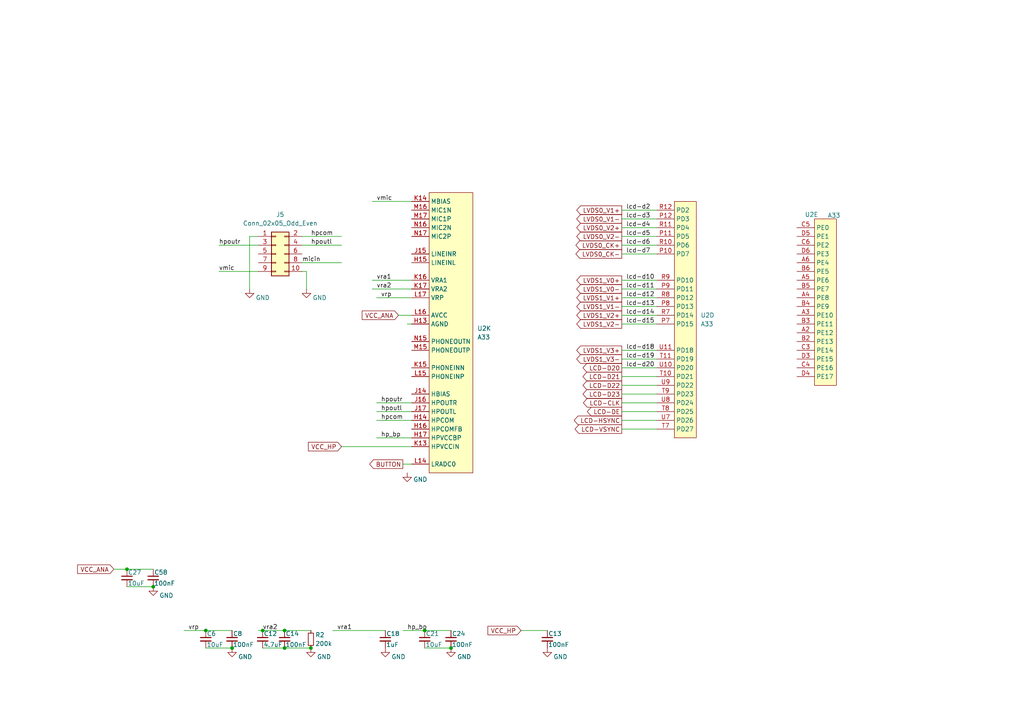
<source format=kicad_sch>
(kicad_sch (version 20250114) (generator "eeschema") (generator_version "9.0")
  (paper "A4")
  (lib_symbols
    (symbol "Connector_Generic:Conn_02x05_Odd_Even" (pin_names (offset 1.016) (hide yes))
      (property "Reference" "J" (at 1.27 7.62 0))
      (property "Value" "Conn_02x05_Odd_Even" (at 1.27 -7.62 0))
      (symbol "Conn_02x05_Odd_Even_1_1"
        (rectangle (start -1.27 6.35) (end 3.81 -6.35) (stroke (width 0.254)) (fill (type background)))
        (rectangle (start -1.27 5.207) (end 0 4.953) (stroke (width 0.1524)))
        (rectangle (start -1.27 2.667) (end 0 2.413) (stroke (width 0.1524)))
        (rectangle (start -1.27 0.127) (end 0 -0.127) (stroke (width 0.1524)))
        (rectangle (start -1.27 -2.413) (end 0 -2.667) (stroke (width 0.1524)))
        (rectangle (start -1.27 -4.953) (end 0 -5.207) (stroke (width 0.1524)))
        (rectangle (start 3.81 5.207) (end 2.54 4.953) (stroke (width 0.1524)))
        (rectangle (start 3.81 2.667) (end 2.54 2.413) (stroke (width 0.1524)))
        (rectangle (start 3.81 0.127) (end 2.54 -0.127) (stroke (width 0.1524)))
        (rectangle (start 3.81 -2.413) (end 2.54 -2.667) (stroke (width 0.1524)))
        (rectangle (start 3.81 -4.953) (end 2.54 -5.207) (stroke (width 0.1524)))
        (pin passive line (at -5.08 5.08 0) (length 3.81) (name "Pin_1") (number "1"))
        (pin passive line (at -5.08 2.54 0) (length 3.81) (name "Pin_3") (number "3"))
        (pin passive line (at -5.08 0 0) (length 3.81) (name "Pin_5") (number "5"))
        (pin passive line (at -5.08 -2.54 0) (length 3.81) (name "Pin_7") (number "7"))
        (pin passive line (at -5.08 -5.08 0) (length 3.81) (name "Pin_9") (number "9"))
        (pin passive line (at 7.62 5.08 180) (length 3.81) (name "Pin_2") (number "2"))
        (pin passive line (at 7.62 2.54 180) (length 3.81) (name "Pin_4") (number "4"))
        (pin passive line (at 7.62 0 180) (length 3.81) (name "Pin_6") (number "6"))
        (pin passive line (at 7.62 -2.54 180) (length 3.81) (name "Pin_8") (number "8"))
        (pin passive line (at 7.62 -5.08 180) (length 3.81) (name "Pin_10") (number "10"))
      )
    )
    (symbol "Device:C_Small" (pin_numbers (hide yes)) (pin_names (offset 0.254) (hide yes))
      (property "Reference" "C" (at 0.254 1.778 0))
      (property "Value" "C_Small" (at 0.254 -2.032 0))
      (symbol "C_Small_0_1"
        (polyline (pts (xy -1.524 0.508) (xy 1.524 0.508)) (stroke (width 0.3048)))
        (polyline (pts (xy -1.524 -0.508) (xy 1.524 -0.508)) (stroke (width 0.3302)))
      )
      (symbol "C_Small_1_1"
        (pin passive line (at 0 2.54 270) (length 2.032) (name "~") (number "1"))
        (pin passive line (at 0 -2.54 90) (length 2.032) (name "~") (number "2"))
      )
    )
    (symbol "Device:R_Small" (pin_numbers (hide yes)) (pin_names (offset 0.254) (hide yes))
      (property "Reference" "R" (at 0.762 0.508 0))
      (property "Value" "R_Small" (at 0.762 -1.016 0))
      (symbol "R_Small_0_1"
        (rectangle (start -0.762 1.778) (end 0.762 -1.778) (stroke (width 0.2032)))
      )
      (symbol "R_Small_1_1"
        (pin passive line (at 0 2.54 270) (length 0.762) (name "~") (number "1"))
        (pin passive line (at 0 -2.54 90) (length 0.762) (name "~") (number "2"))
      )
    )
    (symbol "allwinner:A33"
      (property "Reference" "U" (at 3.81 3.81 0))
      (property "Value" "A33" (at 3.81 1.27 0))
      (symbol "A33_1_0"
        (pin passive line (at -12.7 -2.54 0) (length 5.08) (name "SDQ0") (number "M1"))
        (pin passive line (at -12.7 -5.08 0) (length 5.08) (name "SDQ1") (number "M2"))
        (pin passive line (at -12.7 -7.62 0) (length 5.08) (name "SDQ2") (number "L1"))
        (pin passive line (at -12.7 -10.16 0) (length 5.08) (name "SDQ3") (number "L2"))
        (pin passive line (at -12.7 -12.7 0) (length 5.08) (name "SDQ4") (number "J1"))
        (pin passive line (at -12.7 -15.24 0) (length 5.08) (name "SDQ5") (number "J2"))
        (pin passive line (at -12.7 -17.78 0) (length 5.08) (name "SDQ6") (number "H1"))
        (pin passive line (at -12.7 -20.32 0) (length 5.08) (name "SDQ7") (number "H2"))
        (pin passive line (at -12.7 -22.86 0) (length 5.08) (name "SDQ8") (number "U3"))
        (pin passive line (at -12.7 -25.4 0) (length 5.08) (name "SDQ9") (number "U1"))
        (pin passive line (at -12.7 -27.94 0) (length 5.08) (name "SDQ10") (number "U2"))
        (pin passive line (at -12.7 -30.48 0) (length 5.08) (name "SDQ11") (number "T2"))
        (pin passive line (at -12.7 -33.02 0) (length 5.08) (name "SDQ12") (number "R2"))
        (pin passive line (at -12.7 -35.56 0) (length 5.08) (name "SDQ13") (number "P1"))
        (pin passive line (at -12.7 -38.1 0) (length 5.08) (name "SDQ14") (number "P2"))
        (pin passive line (at -12.7 -40.64 0) (length 5.08) (name "SDQ15") (number "N1"))
        (pin passive line (at 12.7 -2.54 180) (length 5.08) (name "SA0") (number "E4"))
        (pin passive line (at 12.7 -5.08 180) (length 5.08) (name "SA1") (number "D1"))
        (pin passive line (at 12.7 -7.62 180) (length 5.08) (name "SA2") (number "F2"))
        (pin passive line (at 12.7 -10.16 180) (length 5.08) (name "SA3") (number "H3"))
        (pin passive line (at 12.7 -12.7 180) (length 5.08) (name "SA4") (number "D2"))
        (pin passive line (at 12.7 -15.24 180) (length 5.08) (name "SA5") (number "F1"))
        (pin passive line (at 12.7 -17.78 180) (length 5.08) (name "SA6") (number "A1"))
        (pin passive line (at 12.7 -20.32 180) (length 5.08) (name "SA7") (number "G4"))
        (pin passive line (at 12.7 -22.86 180) (length 5.08) (name "SA8") (number "B1"))
        (pin passive line (at 12.7 -25.4 180) (length 5.08) (name "SA9") (number "F4"))
        (pin passive line (at 12.7 -27.94 180) (length 5.08) (name "SA10") (number "E2"))
        (pin passive line (at 12.7 -30.48 180) (length 5.08) (name "SA11") (number "C2"))
        (pin passive line (at 12.7 -33.02 180) (length 5.08) (name "SA12") (number "E1"))
        (pin passive line (at 12.7 -35.56 180) (length 5.08) (name "SA13") (number "F3"))
        (pin passive line (at 12.7 -38.1 180) (length 5.08) (name "SA14") (number "C1"))
        (pin passive line (at 12.7 -40.64 180) (length 5.08) (name "SA15") (number "E3"))
        (pin passive line (at 12.7 -45.72 180) (length 5.08) (name "BA0") (number "J3"))
        (pin passive line (at 12.7 -48.26 180) (length 5.08) (name "BA1") (number "K4"))
        (pin passive line (at 12.7 -50.8 180) (length 5.08) (name "BA2") (number "H4"))
        (pin passive line (at 12.7 -55.88 180) (length 5.08) (name "RAS") (number "L4"))
        (pin passive line (at 12.7 -58.42 180) (length 5.08) (name "CAS") (number "M3"))
        (pin passive line (at 12.7 -60.96 180) (length 5.08) (name "WE") (number "K3"))
        (pin passive line (at 12.7 -63.5 180) (length 5.08) (name "RST") (number "G3"))
        (pin passive line (at 12.7 -68.58 180) (length 5.08) (name "ODT0") (number "L3"))
        (pin passive line (at 12.7 -71.12 180) (length 5.08) (name "ODT1") (number "L7"))
      )
      (symbol "A33_1_1"
        (rectangle (start -7.62 0) (end 7.62 -86.36) (stroke (width 0.1524)) (fill (type background)))
        (pin passive line (at -12.7 -45.72 0) (length 5.08) (name "CK+") (number "G1"))
        (pin passive line (at -12.7 -48.26 0) (length 5.08) (name "CK-") (number "G2"))
        (pin passive line (at -12.7 -53.34 0) (length 5.08) (name "CKE0") (number "J4"))
        (pin passive line (at -12.7 -55.88 0) (length 5.08) (name "CKE1") (number "N7"))
        (pin passive line (at -12.7 -60.96 0) (length 5.08) (name "DM0") (number "N2"))
        (pin passive line (at -12.7 -63.5 0) (length 5.08) (name "DM1") (number "T3"))
        (pin passive line (at -12.7 -68.58 0) (length 5.08) (name "DQS0+") (number "K2"))
        (pin passive line (at -12.7 -71.12 0) (length 5.08) (name "DQS0-") (number "K1"))
        (pin passive line (at -12.7 -73.66 0) (length 5.08) (name "DQS1+") (number "R1"))
        (pin passive line (at -12.7 -76.2 0) (length 5.08) (name "DQS1-") (number "T1"))
        (pin passive line (at -12.7 -81.28 0) (length 5.08) (name "DZQ") (number "R3"))
        (pin passive line (at -12.7 -83.82 0) (length 5.08) (name "SVREF") (number "M4"))
        (pin passive line (at 12.7 -78.74 180) (length 5.08) (name "CS0") (number "N3"))
        (pin passive line (at 12.7 -81.28 180) (length 5.08) (name "CS1") (number "N5"))
      )
      (symbol "A33_2_0"
        (pin passive line (at -7.62 -2.54 0) (length 5.08) (name "PB0") (number "G17"))
        (pin passive line (at -7.62 -5.08 0) (length 5.08) (name "PB1") (number "G16"))
        (pin passive line (at -7.62 -7.62 0) (length 5.08) (name "PB2") (number "F17"))
        (pin passive line (at -7.62 -10.16 0) (length 5.08) (name "PB3") (number "F16"))
        (pin passive line (at -7.62 -12.7 0) (length 5.08) (name "PB4") (number "G14"))
        (pin passive line (at -7.62 -15.24 0) (length 5.08) (name "PB5") (number "G15"))
        (pin passive line (at -7.62 -17.78 0) (length 5.08) (name "PB6") (number "F14"))
        (pin passive line (at -7.62 -20.32 0) (length 5.08) (name "PB7") (number "F15"))
      )
      (symbol "A33_2_1"
        (rectangle (start -2.54 0) (end 2.54 -22.86) (stroke (width 0.1524)) (fill (type background)))
      )
      (symbol "A33_3_0"
        (pin passive line (at -7.62 -2.54 0) (length 5.08) (name "PC0") (number "D12"))
        (pin passive line (at -7.62 -5.08 0) (length 5.08) (name "PC1") (number "C12"))
        (pin passive line (at -7.62 -7.62 0) (length 5.08) (name "PC2") (number "C11"))
        (pin passive line (at -7.62 -10.16 0) (length 5.08) (name "PC3") (number "D11"))
        (pin passive line (at -7.62 -12.7 0) (length 5.08) (name "PC4") (number "B11"))
        (pin passive line (at -7.62 -15.24 0) (length 5.08) (name "PC5") (number "C10"))
        (pin passive line (at -7.62 -17.78 0) (length 5.08) (name "PC6") (number "D10"))
        (pin passive line (at -7.62 -20.32 0) (length 5.08) (name "PC7") (number "A12"))
        (pin passive line (at -7.62 -22.86 0) (length 5.08) (name "PC8") (number "A11"))
        (pin passive line (at -7.62 -25.4 0) (length 5.08) (name "PC9") (number "B10"))
        (pin passive line (at -7.62 -27.94 0) (length 5.08) (name "PC10") (number "A10"))
        (pin passive line (at -7.62 -30.48 0) (length 5.08) (name "PC11") (number "B9"))
        (pin passive line (at -7.62 -33.02 0) (length 5.08) (name "PC12") (number "A9"))
        (pin passive line (at -7.62 -35.56 0) (length 5.08) (name "PC13") (number "B8"))
        (pin passive line (at -7.62 -38.1 0) (length 5.08) (name "PC14") (number "A8"))
        (pin passive line (at -7.62 -40.64 0) (length 5.08) (name "PC15") (number "B7"))
        (pin passive line (at -7.62 -43.18 0) (length 5.08) (name "PC16") (number "A7"))
      )
      (symbol "A33_3_1"
        (rectangle (start -2.54 0) (end 3.81 -45.72) (stroke (width 0.1524)) (fill (type background)))
      )
      (symbol "A33_4_0"
        (pin passive line (at -7.62 -2.54 0) (length 5.08) (name "PD2") (number "R12"))
        (pin passive line (at -7.62 -5.08 0) (length 5.08) (name "PD3") (number "P12"))
        (pin passive line (at -7.62 -7.62 0) (length 5.08) (name "PD4") (number "R11"))
        (pin passive line (at -7.62 -10.16 0) (length 5.08) (name "PD5") (number "P11"))
        (pin passive line (at -7.62 -12.7 0) (length 5.08) (name "PD6") (number "R10"))
        (pin passive line (at -7.62 -15.24 0) (length 5.08) (name "PD7") (number "P10"))
        (pin passive line (at -7.62 -22.86 0) (length 5.08) (name "PD10") (number "R9"))
        (pin passive line (at -7.62 -25.4 0) (length 5.08) (name "PD11") (number "P9"))
        (pin passive line (at -7.62 -27.94 0) (length 5.08) (name "PD12") (number "R8"))
        (pin passive line (at -7.62 -30.48 0) (length 5.08) (name "PD13") (number "P8"))
        (pin passive line (at -7.62 -33.02 0) (length 5.08) (name "PD14") (number "R7"))
        (pin passive line (at -7.62 -35.56 0) (length 5.08) (name "PD15") (number "P7"))
        (pin passive line (at -7.62 -43.18 0) (length 5.08) (name "PD18") (number "U11"))
        (pin passive line (at -7.62 -45.72 0) (length 5.08) (name "PD19") (number "T11"))
        (pin passive line (at -7.62 -48.26 0) (length 5.08) (name "PD20") (number "U10"))
        (pin passive line (at -7.62 -50.8 0) (length 5.08) (name "PD21") (number "T10"))
        (pin passive line (at -7.62 -53.34 0) (length 5.08) (name "PD22") (number "U9"))
        (pin passive line (at -7.62 -55.88 0) (length 5.08) (name "PD23") (number "T9"))
        (pin passive line (at -7.62 -58.42 0) (length 5.08) (name "PD24") (number "U8"))
        (pin passive line (at -7.62 -60.96 0) (length 5.08) (name "PD25") (number "T8"))
        (pin passive line (at -7.62 -63.5 0) (length 5.08) (name "PD26") (number "U7"))
        (pin passive line (at -7.62 -66.04 0) (length 5.08) (name "PD27") (number "T7"))
      )
      (symbol "A33_4_1"
        (rectangle (start -2.54 0) (end 3.81 -68.58) (stroke (width 0.1524)) (fill (type background)))
      )
      (symbol "A33_5_0"
        (pin passive line (at -8.89 -2.54 0) (length 5.08) (name "PE0") (number "C5"))
        (pin passive line (at -8.89 -5.08 0) (length 5.08) (name "PE1") (number "D5"))
        (pin passive line (at -8.89 -7.62 0) (length 5.08) (name "PE2") (number "C6"))
        (pin passive line (at -8.89 -10.16 0) (length 5.08) (name "PE3") (number "D6"))
        (pin passive line (at -8.89 -12.7 0) (length 5.08) (name "PE4") (number "A6"))
        (pin passive line (at -8.89 -15.24 0) (length 5.08) (name "PE5") (number "B6"))
        (pin passive line (at -8.89 -17.78 0) (length 5.08) (name "PE6") (number "A5"))
        (pin passive line (at -8.89 -20.32 0) (length 5.08) (name "PE7") (number "B5"))
        (pin passive line (at -8.89 -22.86 0) (length 5.08) (name "PE8") (number "A4"))
        (pin passive line (at -8.89 -25.4 0) (length 5.08) (name "PE9") (number "B4"))
        (pin passive line (at -8.89 -27.94 0) (length 5.08) (name "PE10") (number "A3"))
        (pin passive line (at -8.89 -30.48 0) (length 5.08) (name "PE11") (number "B3"))
        (pin passive line (at -8.89 -33.02 0) (length 5.08) (name "PE12") (number "A2"))
        (pin passive line (at -8.89 -35.56 0) (length 5.08) (name "PE13") (number "B2"))
        (pin passive line (at -8.89 -38.1 0) (length 5.08) (name "PE14") (number "C3"))
        (pin passive line (at -8.89 -40.64 0) (length 5.08) (name "PE15") (number "D3"))
        (pin passive line (at -8.89 -43.18 0) (length 5.08) (name "PE16") (number "C4"))
        (pin passive line (at -8.89 -45.72 0) (length 5.08) (name "PE17") (number "D4"))
      )
      (symbol "A33_5_1"
        (rectangle (start -3.81 0) (end 2.54 -48.26) (stroke (width 0.1524)) (fill (type background)))
      )
      (symbol "A33_6_0"
        (pin passive line (at -7.62 -2.54 0) (length 5.08) (name "PF0") (number "D9"))
        (pin passive line (at -7.62 -5.08 0) (length 5.08) (name "PF1") (number "C9"))
        (pin passive line (at -7.62 -7.62 0) (length 5.08) (name "PF2") (number "D8"))
        (pin passive line (at -7.62 -10.16 0) (length 5.08) (name "PF3") (number "C8"))
        (pin passive line (at -7.62 -12.7 0) (length 5.08) (name "PF4") (number "D7"))
        (pin passive line (at -7.62 -15.24 0) (length 5.08) (name "PF5") (number "C7"))
      )
      (symbol "A33_6_1"
        (rectangle (start -2.54 0) (end 3.81 -20.32) (stroke (width 0.1524)) (fill (type background)))
      )
      (symbol "A33_7_0"
        (pin passive line (at -8.89 -2.54 0) (length 5.08) (name "PG0") (number "A15"))
        (pin passive line (at -8.89 -5.08 0) (length 5.08) (name "PG1") (number "B15"))
        (pin passive line (at -8.89 -7.62 0) (length 5.08) (name "PG2") (number "A14"))
        (pin passive line (at -8.89 -10.16 0) (length 5.08) (name "PG3") (number "B14"))
        (pin passive line (at -8.89 -12.7 0) (length 5.08) (name "PG4") (number "A13"))
        (pin passive line (at -8.89 -15.24 0) (length 5.08) (name "PG5") (number "B13"))
        (pin passive line (at -8.89 -17.78 0) (length 5.08) (name "PG6") (number "A17"))
        (pin passive line (at -8.89 -20.32 0) (length 5.08) (name "PG7") (number "B17"))
        (pin passive line (at -8.89 -22.86 0) (length 5.08) (name "PG8") (number "B16"))
        (pin passive line (at -8.89 -25.4 0) (length 5.08) (name "PG9") (number "A16"))
        (pin passive line (at -8.89 -27.94 0) (length 5.08) (name "PG10") (number "C17"))
        (pin passive line (at -8.89 -30.48 0) (length 5.08) (name "PG11") (number "C16"))
        (pin passive line (at -8.89 -33.02 0) (length 5.08) (name "PG12") (number "C15"))
        (pin passive line (at -8.89 -35.56 0) (length 5.08) (name "PG13") (number "C14"))
      )
      (symbol "A33_7_1"
        (rectangle (start -3.81 0) (end 3.81 -38.1) (stroke (width 0.1524)) (fill (type background)))
      )
      (symbol "A33_8_0"
        (pin passive line (at -7.62 -2.54 0) (length 5.08) (name "PH0") (number "D17"))
        (pin passive line (at -7.62 -5.08 0) (length 5.08) (name "PH1") (number "D16"))
        (pin passive line (at -7.62 -7.62 0) (length 5.08) (name "PH2") (number "D15"))
        (pin passive line (at -7.62 -10.16 0) (length 5.08) (name "PH3") (number "D14"))
        (pin passive line (at -7.62 -12.7 0) (length 5.08) (name "PH4") (number "D13"))
        (pin passive line (at -7.62 -15.24 0) (length 5.08) (name "PH5") (number "C13"))
        (pin passive line (at -7.62 -17.78 0) (length 5.08) (name "PH6") (number "E17"))
        (pin passive line (at -7.62 -20.32 0) (length 5.08) (name "PH7") (number "E16"))
        (pin passive line (at -7.62 -22.86 0) (length 5.08) (name "PH8") (number "E15"))
        (pin passive line (at -7.62 -25.4 0) (length 5.08) (name "PH9") (number "E14"))
      )
      (symbol "A33_8_1"
        (rectangle (start -2.54 0) (end 2.54 -27.94) (stroke (width 0.1524)) (fill (type background)))
      )
      (symbol "A33_9_0"
        (pin passive line (at -7.62 -2.54 0) (length 5.08) (name "PL0") (number "P16"))
        (pin passive line (at -7.62 -5.08 0) (length 5.08) (name "PL1") (number "P15"))
        (pin passive line (at -7.62 -7.62 0) (length 5.08) (name "PL2") (number "U14"))
        (pin passive line (at -7.62 -10.16 0) (length 5.08) (name "PL3") (number "T14"))
        (pin passive line (at -7.62 -12.7 0) (length 5.08) (name "PL4") (number "R14"))
        (pin passive line (at -7.62 -15.24 0) (length 5.08) (name "PL5") (number "P14"))
        (pin passive line (at -7.62 -17.78 0) (length 5.08) (name "PL6") (number "U13"))
        (pin passive line (at -7.62 -20.32 0) (length 5.08) (name "PL7") (number "T13"))
        (pin passive line (at -7.62 -22.86 0) (length 5.08) (name "PL8") (number "R13"))
        (pin passive line (at -7.62 -25.4 0) (length 5.08) (name "PL9") (number "P13"))
        (pin passive line (at -7.62 -27.94 0) (length 5.08) (name "PL10") (number "U12"))
        (pin passive line (at -7.62 -30.48 0) (length 5.08) (name "PL11") (number "T12"))
      )
      (symbol "A33_9_1"
        (rectangle (start -2.54 0) (end 3.81 -33.02) (stroke (width 0.1524)) (fill (type background)))
      )
      (symbol "A33_10_0"
        (pin passive line (at -12.7 -2.54 0) (length 5.08) (name "CLK24M_IN") (number "U4"))
        (pin passive line (at -12.7 -5.08 0) (length 5.08) (name "CLK24M_OUT") (number "T4"))
        (pin passive line (at -12.7 -10.16 0) (length 5.08) (name "CLK32K_IN") (number "R17"))
        (pin passive line (at -12.7 -12.7 0) (length 5.08) (name "CLK32K_OUT") (number "R16"))
        (pin passive line (at -12.7 -15.24 0) (length 5.08) (name "CLK32-KFOUT") (number "R15"))
        (pin passive line (at -12.7 -20.32 0) (length 5.08) (name "~{NMI}") (number "N14"))
        (pin passive line (at -12.7 -22.86 0) (length 5.08) (name "~{RESET}") (number "P17"))
        (pin passive line (at -12.7 -27.94 0) (length 5.08) (name "DM0") (number "T16"))
        (pin passive line (at -12.7 -30.48 0) (length 5.08) (name "DP0") (number "T17"))
        (pin passive line (at -12.7 -35.56 0) (length 5.08) (name "DM1") (number "U16"))
        (pin passive line (at -12.7 -38.1 0) (length 5.08) (name "DP1") (number "U17"))
        (pin passive line (at -12.7 -43.18 0) (length 5.08) (name "HSIC-DAT") (number "U15"))
        (pin passive line (at -12.7 -45.72 0) (length 5.08) (name "HSIC-STR") (number "T15"))
      )
      (symbol "A33_10_1"
        (rectangle (start -7.62 0) (end 7.62 -48.26) (stroke (width 0.1524)) (fill (type background)))
      )
      (symbol "A33_11_0"
        (pin passive line (at -11.43 -2.54 0) (length 5.08) (name "MBIAS") (number "K14"))
        (pin passive line (at -11.43 -5.08 0) (length 5.08) (name "MIC1N") (number "M16"))
        (pin passive line (at -11.43 -7.62 0) (length 5.08) (name "MIC1P") (number "M17"))
        (pin passive line (at -11.43 -10.16 0) (length 5.08) (name "MIC2N") (number "N16"))
        (pin passive line (at -11.43 -12.7 0) (length 5.08) (name "MIC2P") (number "N17"))
        (pin passive line (at -11.43 -17.78 0) (length 5.08) (name "LINEINR") (number "J15"))
        (pin passive line (at -11.43 -20.32 0) (length 5.08) (name "LINEINL") (number "H15"))
        (pin passive line (at -11.43 -25.4 0) (length 5.08) (name "VRA1") (number "K16"))
        (pin passive line (at -11.43 -27.94 0) (length 5.08) (name "VRA2") (number "K17"))
        (pin passive line (at -11.43 -30.48 0) (length 5.08) (name "VRP") (number "L17"))
        (pin passive line (at -11.43 -35.56 0) (length 5.08) (name "AVCC") (number "L16"))
        (pin passive line (at -11.43 -38.1 0) (length 5.08) (name "AGND") (number "H13"))
        (pin passive line (at -11.43 -43.18 0) (length 5.08) (name "PHONEOUTN") (number "N15"))
        (pin passive line (at -11.43 -45.72 0) (length 5.08) (name "PHONEOUTP") (number "M15"))
        (pin passive line (at -11.43 -50.8 0) (length 5.08) (name "PHONEINN") (number "K15"))
        (pin passive line (at -11.43 -53.34 0) (length 5.08) (name "PHONEINP") (number "L15"))
        (pin passive line (at -11.43 -58.42 0) (length 5.08) (name "HBIAS") (number "J14"))
        (pin passive line (at -11.43 -60.96 0) (length 5.08) (name "HPOUTR") (number "J16"))
        (pin passive line (at -11.43 -63.5 0) (length 5.08) (name "HPOUTL") (number "J17"))
        (pin passive line (at -11.43 -66.04 0) (length 5.08) (name "HPCOM") (number "H14"))
        (pin passive line (at -11.43 -68.58 0) (length 5.08) (name "HPCOMFB") (number "H16"))
        (pin passive line (at -11.43 -71.12 0) (length 5.08) (name "HPVCCBP") (number "H17"))
        (pin passive line (at -11.43 -73.66 0) (length 5.08) (name "HPVCCIN") (number "K13"))
        (pin passive line (at -11.43 -78.74 0) (length 5.08) (name "LRADC0") (number "L14"))
      )
      (symbol "A33_11_1"
        (rectangle (start -6.35 0) (end 6.35 -81.28) (stroke (width 0.1524)) (fill (type background)))
      )
      (symbol "A33_12_0"
        (pin passive line (at -10.16 -2.54 0) (length 5.08) (name "MDSI-CKN") (number "U5"))
        (pin passive line (at -10.16 -5.08 0) (length 5.08) (name "MDSI-CKP") (number "T5"))
        (pin passive line (at -10.16 -7.62 0) (length 5.08) (name "MDSI-D0N") (number "R4"))
        (pin passive line (at -10.16 -10.16 0) (length 5.08) (name "MDSI-D0P") (number "P4"))
        (pin passive line (at -10.16 -12.7 0) (length 5.08) (name "MDSI-D1N") (number "R5"))
        (pin passive line (at -10.16 -15.24 0) (length 5.08) (name "MDSI-D1P") (number "P5"))
        (pin passive line (at -10.16 -17.78 0) (length 5.08) (name "MDSI-D2N") (number "U6"))
        (pin passive line (at -10.16 -20.32 0) (length 5.08) (name "MDSI-D2P") (number "T6"))
        (pin passive line (at -10.16 -22.86 0) (length 5.08) (name "MDSI-D3N") (number "R6"))
        (pin passive line (at -10.16 -25.4 0) (length 5.08) (name "MDSI-D3P") (number "P6"))
      )
      (symbol "A33_12_1"
        (rectangle (start -5.08 0) (end 6.35 -27.94) (stroke (width 0.1524)) (fill (type background)))
      )
      (symbol "A33_13_0"
        (pin passive line (at -7.62 -5.08 0) (length 5.08) (name "VCC-DRAM") (number "H5"))
        (pin passive line (at -7.62 -5.08 0) (length 5.08) (hide yes) (name "VCC-DRAM") (number "H6"))
        (pin passive line (at -7.62 -5.08 0) (length 5.08) (hide yes) (name "VCC-DRAM") (number "J5"))
        (pin passive line (at -7.62 -5.08 0) (length 5.08) (hide yes) (name "VCC-DRAM") (number "J6"))
        (pin passive line (at -7.62 -5.08 0) (length 5.08) (hide yes) (name "VCC-DRAM") (number "K5"))
        (pin passive line (at -7.62 -5.08 0) (length 5.08) (hide yes) (name "VCC-DRAM") (number "L5"))
        (pin passive line (at -7.62 -10.16 0) (length 5.08) (name "VDD-DLL") (number "P3"))
        (pin passive line (at -7.62 -15.24 0) (length 5.08) (name "VCC-PD") (number "M11"))
        (pin passive line (at -7.62 -15.24 0) (length 5.08) (hide yes) (name "VCC-PD") (number "N11"))
        (pin passive line (at -7.62 -17.78 0) (length 5.08) (name "VCC-USB") (number "L12"))
        (pin passive line (at -7.62 -20.32 0) (length 5.08) (name "VCC-HSIC") (number "N12"))
        (pin passive line (at -7.62 -22.86 0) (length 5.08) (name "VCC-DSI") (number "N6"))
        (pin passive line (at -7.62 -29.21 0) (length 5.08) (name "VCC-RTC") (number "M12"))
        (pin passive line (at -7.62 -31.75 0) (length 5.08) (name "RTCVIO") (number "M13"))
        (pin passive line (at -7.62 -34.29 0) (length 5.08) (name "VCC-PLL") (number "M5"))
        (pin passive line (at -7.62 -36.83 0) (length 5.08) (name "VCC-EFUSE") (number "M8"))
        (pin passive line (at -7.62 -39.37 0) (length 5.08) (name "VDD-CPUS") (number "M14"))
        (pin passive line (at -7.62 -41.91 0) (length 5.08) (name "VDD-CPU") (number "E5"))
        (pin passive line (at -7.62 -41.91 0) (length 5.08) (hide yes) (name "VDD-CPU") (number "E6"))
        (pin passive line (at -7.62 -41.91 0) (length 5.08) (hide yes) (name "VDD-CPU") (number "E7"))
        (pin passive line (at -7.62 -41.91 0) (length 5.08) (hide yes) (name "VDD-CPU") (number "F5"))
        (pin passive line (at -7.62 -41.91 0) (length 5.08) (hide yes) (name "VDD-CPU") (number "F6"))
        (pin passive line (at -7.62 -41.91 0) (length 5.08) (hide yes) (name "VDD-CPU") (number "F7"))
        (pin passive line (at -7.62 -41.91 0) (length 5.08) (hide yes) (name "VDD-CPU") (number "G5"))
        (pin passive line (at -7.62 -41.91 0) (length 5.08) (hide yes) (name "VDD-CPU") (number "G6"))
        (pin passive line (at -7.62 -44.45 0) (length 5.08) (hide yes) (name "VDD-SYS") (number "E10"))
        (pin passive line (at -7.62 -44.45 0) (length 5.08) (hide yes) (name "VDD-SYS") (number "E8"))
        (pin passive line (at -7.62 -44.45 0) (length 5.08) (hide yes) (name "VDD-SYS") (number "E9"))
        (pin passive line (at -7.62 -44.45 0) (length 5.08) (hide yes) (name "VDD-SYS") (number "K6"))
        (pin passive line (at -7.62 -44.45 0) (length 5.08) (hide yes) (name "VDD-SYS") (number "L6"))
        (pin passive line (at -7.62 -44.45 0) (length 5.08) (hide yes) (name "VDD-SYS") (number "M6"))
        (pin passive line (at -7.62 -44.45 0) (length 5.08) (hide yes) (name "VDD-SYS") (number "M7"))
        (pin passive line (at -7.62 -44.45 0) (length 5.08) (name "VDD-SYS") (number "N10"))
        (pin passive line (at -7.62 -44.45 0) (length 5.08) (hide yes) (name "VDD-SYS") (number "N8"))
        (pin passive line (at -7.62 -44.45 0) (length 5.08) (hide yes) (name "VDD-SYS") (number "N9"))
        (pin passive line (at -7.62 -46.99 0) (length 5.08) (hide yes) (name "VCC-IO") (number "E11"))
        (pin passive line (at -7.62 -46.99 0) (length 5.08) (name "VCC-IO") (number "E12"))
        (pin passive line (at -7.62 -46.99 0) (length 5.08) (hide yes) (name "VCC-IO") (number "F11"))
        (pin passive line (at -7.62 -46.99 0) (length 5.08) (hide yes) (name "VCC-IO") (number "F12"))
        (pin passive line (at -7.62 -46.99 0) (length 5.08) (hide yes) (name "VCC-IO") (number "G12"))
        (pin passive line (at -7.62 -52.07 0) (length 5.08) (hide yes) (name "GND") (number "F10"))
        (pin passive line (at -7.62 -52.07 0) (length 5.08) (hide yes) (name "GND") (number "F8"))
        (pin passive line (at -7.62 -52.07 0) (length 5.08) (hide yes) (name "GND") (number "F9"))
        (pin passive line (at -7.62 -52.07 0) (length 5.08) (hide yes) (name "GND") (number "G10"))
        (pin passive line (at -7.62 -52.07 0) (length 5.08) (hide yes) (name "GND") (number "G11"))
        (pin passive line (at -7.62 -52.07 0) (length 5.08) (hide yes) (name "GND") (number "G7"))
        (pin passive line (at -7.62 -52.07 0) (length 5.08) (hide yes) (name "GND") (number "G8"))
        (pin passive line (at -7.62 -52.07 0) (length 5.08) (hide yes) (name "GND") (number "G9"))
        (pin passive line (at -7.62 -52.07 0) (length 5.08) (hide yes) (name "GND") (number "H10"))
        (pin passive line (at -7.62 -52.07 0) (length 5.08) (hide yes) (name "GND") (number "H11"))
        (pin passive line (at -7.62 -52.07 0) (length 5.08) (hide yes) (name "GND") (number "H12"))
        (pin passive line (at -7.62 -52.07 0) (length 5.08) (hide yes) (name "GND") (number "H7"))
        (pin passive line (at -7.62 -52.07 0) (length 5.08) (hide yes) (name "GND") (number "H8"))
        (pin passive line (at -7.62 -52.07 0) (length 5.08) (hide yes) (name "GND") (number "H9"))
        (pin passive line (at -7.62 -52.07 0) (length 5.08) (hide yes) (name "GND") (number "J10"))
        (pin passive line (at -7.62 -52.07 0) (length 5.08) (hide yes) (name "GND") (number "J11"))
        (pin passive line (at -7.62 -52.07 0) (length 5.08) (hide yes) (name "GND") (number "J12"))
        (pin passive line (at -7.62 -52.07 0) (length 5.08) (hide yes) (name "GND") (number "J7"))
        (pin passive line (at -7.62 -52.07 0) (length 5.08) (hide yes) (name "GND") (number "J8"))
        (pin passive line (at -7.62 -52.07 0) (length 5.08) (hide yes) (name "GND") (number "J9"))
        (pin passive line (at -7.62 -52.07 0) (length 5.08) (hide yes) (name "GND") (number "K10"))
        (pin passive line (at -7.62 -52.07 0) (length 5.08) (hide yes) (name "GND") (number "K11"))
        (pin passive line (at -7.62 -52.07 0) (length 5.08) (hide yes) (name "GND") (number "K12"))
        (pin passive line (at -7.62 -52.07 0) (length 5.08) (hide yes) (name "GND") (number "K7"))
        (pin passive line (at -7.62 -52.07 0) (length 5.08) (hide yes) (name "GND") (number "K8"))
        (pin passive line (at -7.62 -52.07 0) (length 5.08) (hide yes) (name "GND") (number "K9"))
        (pin passive line (at -7.62 -52.07 0) (length 5.08) (hide yes) (name "GND") (number "L10"))
        (pin passive line (at -7.62 -52.07 0) (length 5.08) (name "GND") (number "L11"))
        (pin passive line (at -7.62 -52.07 0) (length 5.08) (hide yes) (name "GND") (number "L8"))
        (pin passive line (at -7.62 -52.07 0) (length 5.08) (hide yes) (name "GND") (number "L9"))
        (pin passive line (at -7.62 -52.07 0) (length 5.08) (hide yes) (name "GND") (number "M10"))
        (pin passive line (at -7.62 -52.07 0) (length 5.08) (hide yes) (name "GND") (number "M9"))
        (pin passive line (at -7.62 -52.07 0) (length 5.08) (hide yes) (name "GND") (number "N4"))
      )
      (symbol "A33_13_1"
        (rectangle (start -2.54 -2.54) (end 10.16 -54.61) (stroke (width 0.1524)) (fill (type background)))
      )
    )
    (symbol "power:GND" (power) (pin_names (offset 0))
      (property "Value" "GND" (at 0 -3.81 0))
      (symbol "GND_0_1"
        (polyline (pts (xy 0 0) (xy 0 -1.27) (xy 1.27 -1.27) (xy 0 -2.54) (xy -1.27 -1.27) (xy 0 -1.27)))
      )
      (symbol "GND_1_1"
        (pin power_in line (at 0 0 270) (length 0) (hide yes) (name "GND") (number "1"))
      )
    )
  )
  (junction (at 82.55 182.88))
  (junction (at 82.55 187.96))
  (junction (at 123.19 182.88))
  (junction (at 90.17 187.96))
  (junction (at 36.83 165.1))
  (junction (at 44.45 170.18))
  (junction (at 130.81 187.96))
  (junction (at 67.31 187.96))
  (junction (at 59.69 182.88))
  (junction (at 76.2 182.88))
  (wire (pts (xy 107.95 83.82) (xy 119.38 83.82)))
  (wire (pts (xy 180.34 111.76) (xy 190.5 111.76)))
  (wire (pts (xy 116.84 134.62) (xy 119.38 134.62)))
  (wire (pts (xy 180.34 119.38) (xy 190.5 119.38)))
  (wire (pts (xy 63.5 71.12) (xy 74.93 71.12)))
  (wire (pts (xy 53.34 182.88) (xy 59.69 182.88)))
  (wire (pts (xy 36.83 165.1) (xy 44.45 165.1)))
  (wire (pts (xy 107.95 81.28) (xy 119.38 81.28)))
  (wire (pts (xy 82.55 187.96) (xy 90.17 187.96)))
  (wire (pts (xy 96.52 182.88) (xy 111.76 182.88)))
  (wire (pts (xy 151.13 182.88) (xy 158.75 182.88)))
  (wire (pts (xy 82.55 182.88) (xy 90.17 182.88)))
  (wire (pts (xy 107.95 58.42) (xy 119.38 58.42)))
  (wire (pts (xy 180.34 68.58) (xy 190.5 68.58)))
  (wire (pts (xy 87.63 68.58) (xy 99.06 68.58)))
  (wire (pts (xy 88.9 78.74) (xy 88.9 83.82)))
  (wire (pts (xy 180.34 114.3) (xy 190.5 114.3)))
  (wire (pts (xy 109.22 116.84) (xy 119.38 116.84)))
  (wire (pts (xy 119.38 93.98) (xy 118.11 93.98)))
  (wire (pts (xy 180.34 91.44) (xy 190.5 91.44)))
  (wire (pts (xy 76.2 182.88) (xy 82.55 182.88)))
  (wire (pts (xy 180.34 116.84) (xy 190.5 116.84)))
  (wire (pts (xy 87.63 76.2) (xy 99.06 76.2)))
  (wire (pts (xy 180.34 71.12) (xy 190.5 71.12)))
  (wire (pts (xy 180.34 73.66) (xy 190.5 73.66)))
  (wire (pts (xy 180.34 63.5) (xy 190.5 63.5)))
  (wire (pts (xy 109.22 121.92) (xy 119.38 121.92)))
  (wire (pts (xy 180.34 109.22) (xy 190.5 109.22)))
  (wire (pts (xy 33.02 165.1) (xy 36.83 165.1)))
  (wire (pts (xy 76.2 187.96) (xy 82.55 187.96)))
  (wire (pts (xy 180.34 86.36) (xy 190.5 86.36)))
  (wire (pts (xy 72.39 68.58) (xy 72.39 83.82)))
  (wire (pts (xy 74.93 68.58) (xy 72.39 68.58)))
  (wire (pts (xy 180.34 66.04) (xy 190.5 66.04)))
  (wire (pts (xy 87.63 71.12) (xy 99.06 71.12)))
  (wire (pts (xy 74.93 182.88) (xy 76.2 182.88)))
  (wire (pts (xy 180.34 121.92) (xy 190.5 121.92)))
  (wire (pts (xy 87.63 78.74) (xy 88.9 78.74)))
  (wire (pts (xy 116.84 182.88) (xy 123.19 182.88)))
  (wire (pts (xy 109.22 119.38) (xy 119.38 119.38)))
  (wire (pts (xy 115.57 91.44) (xy 119.38 91.44)))
  (wire (pts (xy 180.34 88.9) (xy 190.5 88.9)))
  (wire (pts (xy 63.5 78.74) (xy 74.93 78.74)))
  (wire (pts (xy 109.22 86.36) (xy 119.38 86.36)))
  (wire (pts (xy 180.34 81.28) (xy 190.5 81.28)))
  (wire (pts (xy 180.34 93.98) (xy 190.5 93.98)))
  (wire (pts (xy 59.69 187.96) (xy 67.31 187.96)))
  (wire (pts (xy 59.69 182.88) (xy 67.31 182.88)))
  (wire (pts (xy 123.19 182.88) (xy 130.81 182.88)))
  (wire (pts (xy 180.34 60.96) (xy 190.5 60.96)))
  (wire (pts (xy 180.34 83.82) (xy 190.5 83.82)))
  (wire (pts (xy 180.34 104.14) (xy 190.5 104.14)))
  (wire (pts (xy 180.34 101.6) (xy 190.5 101.6)))
  (wire (pts (xy 99.06 129.54) (xy 119.38 129.54)))
  (wire (pts (xy 180.34 124.46) (xy 190.5 124.46)))
  (wire (pts (xy 36.83 170.18) (xy 44.45 170.18)))
  (wire (pts (xy 109.22 127) (xy 119.38 127)))
  (wire (pts (xy 180.34 106.68) (xy 190.5 106.68)))
  (wire (pts (xy 123.19 187.96) (xy 130.81 187.96)))
  (label "hpoutr" (at 63.5 71.12 0))
  (label "vra1" (at 109.22 81.28 0))
  (label "hp_bp" (at 118.11 182.88 0))
  (label "vmic" (at 63.5 78.74 0))
  (label "vra2" (at 109.22 83.82 0))
  (label "vrp" (at 54.61 182.88 0))
  (label "vmic" (at 109.22 58.42 0))
  (label "vrp" (at 110.49 86.36 0))
  (label "lcd-d15" (at 181.61 93.98 0))
  (label "lcd-d7" (at 181.61 73.66 0))
  (label "lcd-d12" (at 181.61 86.36 0))
  (label "lcd-d19" (at 181.61 104.14 0))
  (label "hpoutl" (at 90.17 71.12 0))
  (label "lcd-d2" (at 181.61 60.96 0))
  (label "lcd-d3" (at 181.61 63.5 0))
  (label "lcd-d6" (at 181.61 71.12 0))
  (label "lcd-d20" (at 181.61 106.68 0))
  (label "hpoutl" (at 110.49 119.38 0))
  (label "vra2" (at 76.2 182.88 0))
  (label "hpcom" (at 110.49 121.92 0))
  (label "micin" (at 87.63 76.2 0))
  (label "lcd-d14" (at 181.61 91.44 0))
  (label "hp_bp" (at 110.49 127 0))
  (label "hpcom" (at 90.17 68.58 0))
  (label "lcd-d5" (at 181.61 68.58 0))
  (label "lcd-d4" (at 181.61 66.04 0))
  (label "lcd-d10" (at 181.61 81.28 0))
  (label "lcd-d11" (at 181.61 83.82 0))
  (label "lcd-d13" (at 181.61 88.9 0))
  (label "lcd-d18" (at 181.61 101.6 0))
  (label "hpoutr" (at 110.49 116.84 0))
  (label "vra1" (at 97.79 182.88 0))
  (global_label "LVDS0_V1+" (shape output) (at 180.34 60.96 180) (property "Intersheetrefs" "${INTERSHEET_REFS}" (effects (hide yes))))
  (global_label "LVDS0_CK-" (shape output) (at 180.34 73.66 180) (property "Intersheetrefs" "${INTERSHEET_REFS}" (effects (hide yes))))
  (global_label "LVDS0_V1-" (shape output) (at 180.34 63.5 180) (property "Intersheetrefs" "${INTERSHEET_REFS}" (effects (hide yes))))
  (global_label "LVDS0_CK+" (shape output) (at 180.34 71.12 180) (property "Intersheetrefs" "${INTERSHEET_REFS}" (effects (hide yes))))
  (global_label "LCD-D21" (shape output) (at 180.34 109.22 180) (property "Intersheetrefs" "${INTERSHEET_REFS}" (effects (hide yes))))
  (global_label "LVDS1_V3+" (shape output) (at 180.34 101.6 180) (property "Intersheetrefs" "${INTERSHEET_REFS}" (effects (hide yes))))
  (global_label "LCD-D20" (shape output) (at 180.34 106.68 180) (property "Intersheetrefs" "${INTERSHEET_REFS}" (effects (hide yes))))
  (global_label "LVDS0_V2+" (shape output) (at 180.34 66.04 180) (property "Intersheetrefs" "${INTERSHEET_REFS}" (effects (hide yes))))
  (global_label "LVDS1_V1-" (shape output) (at 180.34 88.9 180) (property "Intersheetrefs" "${INTERSHEET_REFS}" (effects (hide yes))))
  (global_label "LCD-CLK" (shape output) (at 180.34 116.84 180) (property "Intersheetrefs" "${INTERSHEET_REFS}" (effects (hide yes))))
  (global_label "BUTTON" (shape output) (at 116.84 134.62 180) (property "Intersheetrefs" "${INTERSHEET_REFS}" (effects (hide yes))))
  (global_label "LVDS0_V2-" (shape output) (at 180.34 68.58 180) (property "Intersheetrefs" "${INTERSHEET_REFS}" (effects (hide yes))))
  (global_label "LVDS1_V2+" (shape output) (at 180.34 91.44 180) (property "Intersheetrefs" "${INTERSHEET_REFS}" (effects (hide yes))))
  (global_label "LVDS1_V3-" (shape output) (at 180.34 104.14 180) (property "Intersheetrefs" "${INTERSHEET_REFS}" (effects (hide yes))))
  (global_label "LCD-VSYNC" (shape output) (at 180.34 124.46 180) (property "Intersheetrefs" "${INTERSHEET_REFS}" (effects (hide yes))))
  (global_label "LCD-D22" (shape output) (at 180.34 111.76 180) (property "Intersheetrefs" "${INTERSHEET_REFS}" (effects (hide yes))))
  (global_label "VCC_ANA" (shape input) (at 33.02 165.1 180) (property "Intersheetrefs" "${INTERSHEET_REFS}" (effects (hide yes))))
  (global_label "VCC_ANA" (shape input) (at 115.57 91.44 180) (property "Intersheetrefs" "${INTERSHEET_REFS}" (effects (hide yes))))
  (global_label "VCC_HP" (shape input) (at 99.06 129.54 180) (property "Intersheetrefs" "${INTERSHEET_REFS}" (effects (hide yes))))
  (global_label "VCC_HP" (shape input) (at 151.13 182.88 180) (property "Intersheetrefs" "${INTERSHEET_REFS}" (effects (hide yes))))
  (global_label "LVDS1_V0+" (shape output) (at 180.34 81.28 180) (property "Intersheetrefs" "${INTERSHEET_REFS}" (effects (hide yes))))
  (global_label "LVDS1_V1+" (shape output) (at 180.34 86.36 180) (property "Intersheetrefs" "${INTERSHEET_REFS}" (effects (hide yes))))
  (global_label "LVDS1_V2-" (shape output) (at 180.34 93.98 180) (property "Intersheetrefs" "${INTERSHEET_REFS}" (effects (hide yes))))
  (global_label "LCD-HSYNC" (shape output) (at 180.34 121.92 180) (property "Intersheetrefs" "${INTERSHEET_REFS}" (effects (hide yes))))
  (global_label "LCD-DE" (shape output) (at 180.34 119.38 180) (property "Intersheetrefs" "${INTERSHEET_REFS}" (effects (hide yes))))
  (global_label "LVDS1_V0-" (shape output) (at 180.34 83.82 180) (property "Intersheetrefs" "${INTERSHEET_REFS}" (effects (hide yes))))
  (global_label "LCD-D23" (shape output) (at 180.34 114.3 180) (property "Intersheetrefs" "${INTERSHEET_REFS}" (effects (hide yes))))
  (symbol (lib_id "allwinner:A33") (at 240.03 63.5 0) (unit 5)
    (property "Reference" "U2" (at 233.426 62.23 0) (effects (justify left)))
    (property "Value" "A33" (at 240.03 62.484 0) (effects (justify left)))
    (property "Footprint" "allwinner:BGA-282_17x17_14.0x14.0mm" (effects (hide yes)))
  )
  (symbol (lib_id "Device:C_Small") (at 44.45 167.64 0) (unit 1)
    (property "Reference" "C58" (at 44.7251 166.0134 0) (effects (justify left)))
    (property "Value" "100nF" (at 44.6766 169.1995 0) (effects (justify left)))
    (property "Footprint" "Capacitor_SMD:C_0402_1005Metric" (effects (hide yes)))
  )
  (symbol (lib_id "Device:C_Small") (at 82.55 185.42 0) (unit 1)
    (property "Reference" "C14" (at 82.8251 183.7934 0) (effects (justify left)))
    (property "Value" "100nF" (at 82.7766 186.9795 0) (effects (justify left)))
    (property "Footprint" "Capacitor_SMD:C_0402_1005Metric" (effects (hide yes)))
  )
  (symbol (lib_id "Device:R_Small") (at 90.17 185.42 0) (unit 1)
    (property "Reference" "R2" (at 91.44 184.1499 0) (effects (justify left)))
    (property "Value" "200k" (at 91.44 186.6899 0) (effects (justify left)))
    (property "Footprint" "Resistor_SMD:R_0402_1005Metric" (effects (hide yes)))
  )
  (symbol (lib_id "Device:C_Small") (at 123.19 185.42 0) (unit 1)
    (property "Reference" "C21" (at 123.4651 183.7934 0) (effects (justify left)))
    (property "Value" "10uF" (at 123.4166 186.9795 0) (effects (justify left)))
    (property "Footprint" "Capacitor_SMD:C_0603_1608Metric" (effects (hide yes)))
  )
  (symbol (lib_id "power:GND") (at 72.39 83.82 0) (unit 1)
    (property "Reference" "#PWR016" (effects (hide yes)))
    (property "Value" "GND" (at 76.2 86.36 0))
  )
  (symbol (lib_id "Connector_Generic:Conn_02x05_Odd_Even") (at 80.01 73.66 0) (unit 1)
    (property "Reference" "J5" (at 81.28 62.23 0))
    (property "Value" "Conn_02x05_Odd_Even" (at 81.28 64.77 0))
    (property "Footprint" "Connector_PinHeader_1.27mm:PinHeader_2x05_P1.27mm_Vertical" (effects (hide yes)))
  )
  (symbol (lib_id "power:GND") (at 67.31 187.96 0) (unit 1)
    (property "Reference" "#PWR06" (effects (hide yes)))
    (property "Value" "GND" (at 71.12 190.5 0))
  )
  (symbol (lib_id "allwinner:A33") (at 198.12 58.42 0) (unit 4)
    (property "Reference" "U2" (at 203.2 91.4399 0) (effects (justify left)))
    (property "Value" "A33" (at 203.2 93.9799 0) (effects (justify left)))
    (property "Footprint" "allwinner:BGA-282_17x17_14.0x14.0mm" (effects (hide yes)))
  )
  (symbol (lib_id "power:GND") (at 111.76 187.96 0) (unit 1)
    (property "Reference" "#PWR08" (effects (hide yes)))
    (property "Value" "GND" (at 115.57 190.5 0))
  )
  (symbol (lib_id "Device:C_Small") (at 130.81 185.42 0) (unit 1)
    (property "Reference" "C24" (at 131.0851 183.7934 0) (effects (justify left)))
    (property "Value" "100nF" (at 131.0366 186.9795 0) (effects (justify left)))
    (property "Footprint" "Capacitor_SMD:C_0402_1005Metric" (effects (hide yes)))
  )
  (symbol (lib_id "Device:C_Small") (at 67.31 185.42 0) (unit 1)
    (property "Reference" "C8" (at 67.5851 183.7934 0) (effects (justify left)))
    (property "Value" "100nF" (at 67.5366 186.9795 0) (effects (justify left)))
    (property "Footprint" "Capacitor_SMD:C_0402_1005Metric" (effects (hide yes)))
  )
  (symbol (lib_id "power:GND") (at 44.45 170.18 0) (unit 1)
    (property "Reference" "#PWR015" (effects (hide yes)))
    (property "Value" "GND" (at 48.26 172.72 0))
  )
  (symbol (lib_id "Device:C_Small") (at 36.83 167.64 0) (unit 1)
    (property "Reference" "C27" (at 37.1051 166.0134 0) (effects (justify left)))
    (property "Value" "10uF" (at 37.0566 169.1995 0) (effects (justify left)))
    (property "Footprint" "Capacitor_SMD:C_0603_1608Metric" (effects (hide yes)))
  )
  (symbol (lib_id "Device:C_Small") (at 111.76 185.42 0) (unit 1)
    (property "Reference" "C18" (at 112.0351 183.7934 0) (effects (justify left)))
    (property "Value" "1uF" (at 111.9866 186.9795 0) (effects (justify left)))
    (property "Footprint" "Capacitor_SMD:C_0402_1005Metric" (effects (hide yes)))
  )
  (symbol (lib_id "Device:C_Small") (at 59.69 185.42 0) (unit 1)
    (property "Reference" "C6" (at 59.9651 183.7934 0) (effects (justify left)))
    (property "Value" "10uF" (at 59.9166 186.9795 0) (effects (justify left)))
    (property "Footprint" "Capacitor_SMD:C_0603_1608Metric" (effects (hide yes)))
  )
  (symbol (lib_id "power:GND") (at 90.17 187.96 0) (unit 1)
    (property "Reference" "#PWR07" (effects (hide yes)))
    (property "Value" "GND" (at 93.98 190.5 0))
  )
  (symbol (lib_id "Device:C_Small") (at 76.2 185.42 0) (unit 1)
    (property "Reference" "C12" (at 76.4751 183.7934 0) (effects (justify left)))
    (property "Value" "4.7uF" (at 76.4266 186.9795 0) (effects (justify left)))
    (property "Footprint" "Capacitor_SMD:C_0603_1608Metric" (effects (hide yes)))
  )
  (symbol (lib_id "power:GND") (at 118.11 137.16 0) (unit 1)
    (property "Reference" "#PWR018" (effects (hide yes)))
    (property "Value" "GND" (at 121.92 139.065 0))
  )
  (symbol (lib_id "power:GND") (at 88.9 83.82 0) (unit 1)
    (property "Reference" "#PWR017" (effects (hide yes)))
    (property "Value" "GND" (at 92.71 86.36 0))
  )
  (symbol (lib_id "Device:C_Small") (at 158.75 185.42 0) (unit 1)
    (property "Reference" "C13" (at 159.0251 183.7934 0) (effects (justify left)))
    (property "Value" "100nF" (at 158.9766 186.9795 0) (effects (justify left)))
    (property "Footprint" "Capacitor_SMD:C_0402_1005Metric" (effects (hide yes)))
  )
  (symbol (lib_id "allwinner:A33") (at 130.81 55.88 0) (unit 11)
    (property "Reference" "U2" (at 138.43 95.2499 0) (effects (justify left)))
    (property "Value" "A33" (at 138.43 97.7899 0) (effects (justify left)))
    (property "Footprint" "allwinner:BGA-282_17x17_14.0x14.0mm" (effects (hide yes)))
  )
  (symbol (lib_id "power:GND") (at 130.81 187.96 0) (unit 1)
    (property "Reference" "#PWR011" (effects (hide yes)))
    (property "Value" "GND" (at 134.62 190.5 0))
  )
  (symbol (lib_id "power:GND") (at 158.75 187.96 0) (unit 1)
    (property "Reference" "#PWR022" (effects (hide yes)))
    (property "Value" "GND" (at 162.56 190.5 0))
  )
)
</source>
